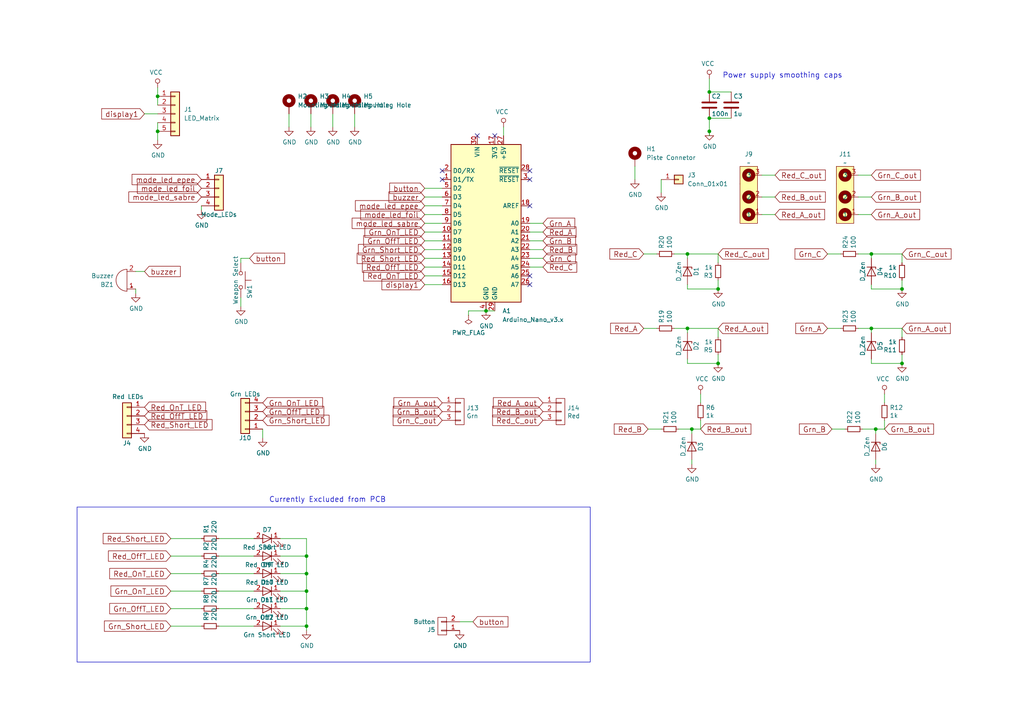
<source format=kicad_sch>
(kicad_sch (version 20231120) (generator "eeschema") (generator_version "8.0")
  (paper "A4")
  (lib_symbols
    (symbol "Connector_Generic:Conn_01x01" (pin_names (offset 1.016) hide)
      (property "Reference" "J" (at 0 2.54 0))
      (property "Value" "Conn_01x01" (at 0 -2.54 0))
      (symbol "Conn_01x01_1_1"
        (rectangle (start -1.27 0.127) (end 0 -0.127) (stroke (width 0.1524)))
        (rectangle (start -1.27 1.27) (end 1.27 -1.27) (stroke (width 0.254)) (fill (type background)))
        (pin passive line (at -5.08 0 0) (length 3.81) (name "Pin_1") (number "1"))
      )
    )
    (symbol "Connector_Generic:Conn_01x05" (pin_names (offset 1.016) hide)
      (property "Reference" "J" (at 0 7.62 0))
      (property "Value" "Conn_01x05" (at 0 -7.62 0))
      (symbol "Conn_01x05_1_1"
        (rectangle (start -1.27 -4.953) (end 0 -5.207) (stroke (width 0.1524)))
        (rectangle (start -1.27 -2.413) (end 0 -2.667) (stroke (width 0.1524)))
        (rectangle (start -1.27 0.127) (end 0 -0.127) (stroke (width 0.1524)))
        (rectangle (start -1.27 2.667) (end 0 2.413) (stroke (width 0.1524)))
        (rectangle (start -1.27 5.207) (end 0 4.953) (stroke (width 0.1524)))
        (rectangle (start -1.27 6.35) (end 1.27 -6.35) (stroke (width 0.254)) (fill (type background)))
        (pin passive line (at -5.08 5.08 0) (length 3.81) (name "Pin_1") (number "1"))
        (pin passive line (at -5.08 2.54 0) (length 3.81) (name "Pin_2") (number "2"))
        (pin passive line (at -5.08 0 0) (length 3.81) (name "Pin_3") (number "3"))
        (pin passive line (at -5.08 -2.54 0) (length 3.81) (name "Pin_4") (number "4"))
        (pin passive line (at -5.08 -5.08 0) (length 3.81) (name "Pin_5") (number "5"))
      )
    )
    (symbol "MCU_Module:Arduino_Nano_v3.x"
      (property "Reference" "A" (at -10.16 23.495 0))
      (property "Value" "Arduino_Nano_v3.x" (at 5.08 -24.13 0))
      (symbol "Arduino_Nano_v3.x_0_1"
        (rectangle (start -10.16 22.86) (end 10.16 -22.86) (stroke (width 0.254)) (fill (type background)))
      )
      (symbol "Arduino_Nano_v3.x_1_1"
        (pin bidirectional line (at -12.7 12.7 0) (length 2.54) (name "D1/TX") (number "1"))
        (pin bidirectional line (at -12.7 -2.54 0) (length 2.54) (name "D7") (number "10"))
        (pin bidirectional line (at -12.7 -5.08 0) (length 2.54) (name "D8") (number "11"))
        (pin bidirectional line (at -12.7 -7.62 0) (length 2.54) (name "D9") (number "12"))
        (pin bidirectional line (at -12.7 -10.16 0) (length 2.54) (name "D10") (number "13"))
        (pin bidirectional line (at -12.7 -12.7 0) (length 2.54) (name "D11") (number "14"))
        (pin bidirectional line (at -12.7 -15.24 0) (length 2.54) (name "D12") (number "15"))
        (pin bidirectional line (at -12.7 -17.78 0) (length 2.54) (name "D13") (number "16"))
        (pin power_out line (at 2.54 25.4 270) (length 2.54) (name "3V3") (number "17"))
        (pin input line (at 12.7 5.08 180) (length 2.54) (name "AREF") (number "18"))
        (pin bidirectional line (at 12.7 0 180) (length 2.54) (name "A0") (number "19"))
        (pin bidirectional line (at -12.7 15.24 0) (length 2.54) (name "D0/RX") (number "2"))
        (pin bidirectional line (at 12.7 -2.54 180) (length 2.54) (name "A1") (number "20"))
        (pin bidirectional line (at 12.7 -5.08 180) (length 2.54) (name "A2") (number "21"))
        (pin bidirectional line (at 12.7 -7.62 180) (length 2.54) (name "A3") (number "22"))
        (pin bidirectional line (at 12.7 -10.16 180) (length 2.54) (name "A4") (number "23"))
        (pin bidirectional line (at 12.7 -12.7 180) (length 2.54) (name "A5") (number "24"))
        (pin bidirectional line (at 12.7 -15.24 180) (length 2.54) (name "A6") (number "25"))
        (pin bidirectional line (at 12.7 -17.78 180) (length 2.54) (name "A7") (number "26"))
        (pin power_out line (at 5.08 25.4 270) (length 2.54) (name "+5V") (number "27"))
        (pin input line (at 12.7 15.24 180) (length 2.54) (name "~{RESET}") (number "28"))
        (pin power_in line (at 2.54 -25.4 90) (length 2.54) (name "GND") (number "29"))
        (pin input line (at 12.7 12.7 180) (length 2.54) (name "~{RESET}") (number "3"))
        (pin power_in line (at -2.54 25.4 270) (length 2.54) (name "VIN") (number "30"))
        (pin power_in line (at 0 -25.4 90) (length 2.54) (name "GND") (number "4"))
        (pin bidirectional line (at -12.7 10.16 0) (length 2.54) (name "D2") (number "5"))
        (pin bidirectional line (at -12.7 7.62 0) (length 2.54) (name "D3") (number "6"))
        (pin bidirectional line (at -12.7 5.08 0) (length 2.54) (name "D4") (number "7"))
        (pin bidirectional line (at -12.7 2.54 0) (length 2.54) (name "D5") (number "8"))
        (pin bidirectional line (at -12.7 0 0) (length 2.54) (name "D6") (number "9"))
      )
    )
    (symbol "Mechanical:MountingHole_Pad" (pin_numbers hide) (pin_names (offset 1.016) hide) (exclude_from_sim yes) (in_bom no)
      (property "Reference" "H" (at 0 6.35 0))
      (property "Value" "MountingHole_Pad" (at 0 4.445 0))
      (symbol "MountingHole_Pad_0_1"
        (circle (center 0 1.27) (radius 1.27) (stroke (width 1.27)))
      )
      (symbol "MountingHole_Pad_1_1"
        (pin input line (at 0 -2.54 90) (length 2.54) (name "1") (number "1"))
      )
    )
    (symbol "fencing_scoring-box-rescue:Buzzer-RESCUE-fencing_scoring_box" (pin_names (offset 0.0254) hide)
      (property "Reference" "BZ" (at 3.81 1.27 0))
      (property "Value" "Buzzer-RESCUE-fencing_scoring_box" (at 3.81 -1.27 0))
      (symbol "Buzzer-RESCUE-fencing_scoring_box_0_1"
        (arc (start 0 -3.175) (mid 3.175 0) (end 0 3.175))
        (polyline (pts (xy -1.651 1.905) (xy -1.143 1.905)))
        (polyline (pts (xy -1.397 2.159) (xy -1.397 1.651)))
        (polyline (pts (xy 0 3.175) (xy 0 -3.175)))
      )
      (symbol "Buzzer-RESCUE-fencing_scoring_box_1_1"
        (pin passive line (at -2.54 2.54 0) (length 2.54) (name "-") (number "1"))
        (pin passive line (at -2.54 -2.54 0) (length 2.54) (name "+") (number "2"))
      )
    )
    (symbol "fencing_scoring-box-rescue:C-RESCUE-fencing_scoring_box" (pin_numbers hide) (pin_names (offset 0.254))
      (property "Reference" "C" (at 0.635 2.54 0))
      (property "Value" "C-RESCUE-fencing_scoring_box" (at 0.635 -2.54 0))
      (symbol "C-RESCUE-fencing_scoring_box_0_1"
        (polyline (pts (xy -2.032 -0.762) (xy 2.032 -0.762)) (stroke (width 0.508)))
        (polyline (pts (xy -2.032 0.762) (xy 2.032 0.762)) (stroke (width 0.508)))
      )
      (symbol "C-RESCUE-fencing_scoring_box_1_1"
        (pin passive line (at 0 3.81 270) (length 2.794) (name "~") (number "1"))
        (pin passive line (at 0 -3.81 90) (length 2.794) (name "~") (number "2"))
      )
    )
    (symbol "fencing_scoring-box-rescue:CONN_01X02-RESCUE-fencing_scoring_box" (pin_names (offset 1.016) hide)
      (property "Reference" "J" (at 0 3.81 0))
      (property "Value" "CONN_01X02-RESCUE-fencing_scoring_box" (at 2.54 0 90))
      (symbol "CONN_01X02-RESCUE-fencing_scoring_box_0_1"
        (rectangle (start -1.27 -1.143) (end 0.254 -1.397))
        (rectangle (start -1.27 1.397) (end 0.254 1.143))
        (rectangle (start -1.27 2.54) (end 1.27 -2.54))
      )
      (symbol "CONN_01X02-RESCUE-fencing_scoring_box_1_1"
        (pin passive line (at -5.08 1.27 0) (length 3.81) (name "P1") (number "1"))
        (pin passive line (at -5.08 -1.27 0) (length 3.81) (name "P2") (number "2"))
      )
    )
    (symbol "fencing_scoring-box-rescue:CONN_01X03-RESCUE-fencing_scoring_box" (pin_names (offset 1.016) hide)
      (property "Reference" "J" (at 0 5.08 0))
      (property "Value" "CONN_01X03-RESCUE-fencing_scoring_box" (at 2.54 0 90))
      (symbol "CONN_01X03-RESCUE-fencing_scoring_box_0_1"
        (rectangle (start -1.27 -2.413) (end 0.254 -2.667))
        (rectangle (start -1.27 0.127) (end 0.254 -0.127))
        (rectangle (start -1.27 2.667) (end 0.254 2.413))
        (rectangle (start -1.27 3.81) (end 1.27 -3.81))
      )
      (symbol "CONN_01X03-RESCUE-fencing_scoring_box_1_1"
        (pin passive line (at -5.08 2.54 0) (length 3.81) (name "P1") (number "1"))
        (pin passive line (at -5.08 0 0) (length 3.81) (name "P2") (number "2"))
        (pin passive line (at -5.08 -2.54 0) (length 3.81) (name "P3") (number "3"))
      )
    )
    (symbol "fencing_scoring-box-rescue:Conn_01x04-RESCUE-fencing_scoring_box" (pin_names (offset 1.016) hide)
      (property "Reference" "J" (at 0 5.08 0))
      (property "Value" "Conn_01x04-RESCUE-fencing_scoring_box" (at 0 -7.62 0))
      (symbol "Conn_01x04-RESCUE-fencing_scoring_box_1_1"
        (rectangle (start -1.27 -4.953) (end 0 -5.207) (stroke (width 0.1524)))
        (rectangle (start -1.27 -2.413) (end 0 -2.667) (stroke (width 0.1524)))
        (rectangle (start -1.27 0.127) (end 0 -0.127) (stroke (width 0.1524)))
        (rectangle (start -1.27 2.667) (end 0 2.413) (stroke (width 0.1524)))
        (rectangle (start -1.27 3.81) (end 1.27 -6.35) (stroke (width 0.254)) (fill (type background)))
        (pin passive line (at -5.08 2.54 0) (length 3.81) (name "Pin_1") (number "1"))
        (pin passive line (at -5.08 0 0) (length 3.81) (name "Pin_2") (number "2"))
        (pin passive line (at -5.08 -2.54 0) (length 3.81) (name "Pin_3") (number "3"))
        (pin passive line (at -5.08 -5.08 0) (length 3.81) (name "Pin_4") (number "4"))
      )
    )
    (symbol "fencing_scoring-box-rescue:D_Zener-RESCUE-fencing_scoring_box" (pin_numbers hide) (pin_names (offset 1.016) hide)
      (property "Reference" "D" (at 0 2.54 0))
      (property "Value" "D_Zener-RESCUE-fencing_scoring_box" (at 0 -2.54 0))
      (symbol "D_Zener-RESCUE-fencing_scoring_box_0_1"
        (polyline (pts (xy 1.27 0) (xy -1.27 0)))
        (polyline (pts (xy -1.27 -1.27) (xy -1.27 1.27) (xy -0.762 1.27)) (stroke (width 0.2032)))
        (polyline (pts (xy 1.27 -1.27) (xy 1.27 1.27) (xy -1.27 0) (xy 1.27 -1.27)) (stroke (width 0.2032)))
      )
      (symbol "D_Zener-RESCUE-fencing_scoring_box_1_1"
        (pin passive line (at -3.81 0 0) (length 2.54) (name "K") (number "1"))
        (pin passive line (at 3.81 0 180) (length 2.54) (name "A") (number "2"))
      )
    )
    (symbol "fencing_scoring-box-rescue:GND-RESCUE-fencing_scoring_box" (power) (pin_names (offset 0))
      (property "Value" "GND-RESCUE-fencing_scoring_box" (at 0 -3.81 0))
      (symbol "GND-RESCUE-fencing_scoring_box_0_1"
        (polyline (pts (xy 0 0) (xy 0 -1.27) (xy 1.27 -1.27) (xy 0 -2.54) (xy -1.27 -1.27) (xy 0 -1.27)))
      )
      (symbol "GND-RESCUE-fencing_scoring_box_1_1"
        (pin power_in line (at 0 0 270) (length 0) hide (name "GND") (number "1"))
      )
    )
    (symbol "fencing_scoring-box-rescue:LED-RESCUE-fencing_scoring_box" (pin_names (offset 1.016) hide)
      (property "Reference" "D" (at 0 2.54 0))
      (property "Value" "LED-RESCUE-fencing_scoring_box" (at 0 -2.54 0))
      (symbol "LED-RESCUE-fencing_scoring_box_0_1"
        (polyline (pts (xy -1.27 -1.27) (xy -1.27 1.27)) (stroke (width 0.2032)))
        (polyline (pts (xy -1.27 0) (xy 1.27 0)))
        (polyline (pts (xy 1.27 -1.27) (xy 1.27 1.27) (xy -1.27 0) (xy 1.27 -1.27)) (stroke (width 0.2032)))
        (polyline (pts (xy -3.048 -0.762) (xy -4.572 -2.286) (xy -3.81 -2.286) (xy -4.572 -2.286) (xy -4.572 -1.524)))
        (polyline (pts (xy -1.778 -0.762) (xy -3.302 -2.286) (xy -2.54 -2.286) (xy -3.302 -2.286) (xy -3.302 -1.524)))
      )
      (symbol "LED-RESCUE-fencing_scoring_box_1_1"
        (pin passive line (at -3.81 0 0) (length 2.54) (name "K") (number "1"))
        (pin passive line (at 3.81 0 180) (length 2.54) (name "A") (number "2"))
      )
    )
    (symbol "fencing_scoring-box-rescue:R_Small-RESCUE-fencing_scoring_box" (pin_numbers hide) (pin_names (offset 0.254) hide)
      (property "Reference" "R" (at 0.762 0.508 0))
      (property "Value" "R_Small-RESCUE-fencing_scoring_box" (at 0.762 -1.016 0))
      (symbol "R_Small-RESCUE-fencing_scoring_box_0_1"
        (rectangle (start -0.762 1.778) (end 0.762 -1.778) (stroke (width 0.2032)))
      )
      (symbol "R_Small-RESCUE-fencing_scoring_box_1_1"
        (pin passive line (at 0 2.54 270) (length 0.762) (name "~") (number "1"))
        (pin passive line (at 0 -2.54 90) (length 0.762) (name "~") (number "2"))
      )
    )
    (symbol "fencing_scoring-box-rescue:SW_Push-RESCUE-fencing_scoring_box" (pin_numbers hide) (pin_names (offset 1.016) hide)
      (property "Reference" "SW" (at 1.27 2.54 0))
      (property "Value" "SW_Push-RESCUE-fencing_scoring_box" (at 0 -1.524 0))
      (symbol "SW_Push-RESCUE-fencing_scoring_box_0_1"
        (circle (center -2.032 0) (radius 0.508))
        (polyline (pts (xy 0 1.27) (xy 0 3.048)))
        (polyline (pts (xy 2.54 1.27) (xy -2.54 1.27)))
        (circle (center 2.032 0) (radius 0.508))
        (pin passive line (at -5.08 0 0) (length 2.54) (name "1") (number "1"))
        (pin passive line (at 5.08 0 180) (length 2.54) (name "2") (number "2"))
      )
    )
    (symbol "fencing_scoring-box-rescue:VCC-RESCUE-fencing_scoring_box" (power) (pin_names (offset 0))
      (property "Value" "VCC-RESCUE-fencing_scoring_box" (at 0 3.81 0))
      (symbol "VCC-RESCUE-fencing_scoring_box_0_1"
        (polyline (pts (xy 0 0) (xy 0 1.27)))
        (circle (center 0 1.905) (radius 0.635))
      )
      (symbol "VCC-RESCUE-fencing_scoring_box_1_1"
        (pin power_in line (at 0 0 90) (length 0) hide (name "VCC") (number "1"))
      )
    )
    (symbol "my_library:Fencing_conn"
      (property "Reference" "J" (at 0 0 0))
      (symbol "Fencing_conn_0_1"
        (circle (center -5.08 -3.81) (radius 1.27) (stroke (width 1.27)))
        (circle (center 0 -3.81) (radius 1.27) (stroke (width 1.27)))
        (rectangle (start 3.81 -1.27) (end 3.81 -1.27))
        (circle (center 6.35 -3.81) (radius 1.27) (stroke (width 1.27)))
      )
      (symbol "Fencing_conn_1_1"
        (rectangle (start -7.62 -1.27) (end 8.89 -6.35) (fill (type color) (color 254 255 170 1)))
        (pin input line (at -5.08 -7.62 90) (length 2.54) (name "1") (number "1"))
        (pin input line (at 0 -7.62 90) (length 2.54) (name "2") (number "2"))
        (pin input line (at 6.35 -7.62 90) (length 2.54) (name "3") (number "3"))
      )
    )
    (symbol "power:PWR_FLAG" (power) (pin_numbers hide) (pin_names (offset 0) hide)
      (property "Value" "PWR_FLAG" (at 0 3.81 0))
      (symbol "PWR_FLAG_0_0"
        (pin power_out line (at 0 0 90) (length 0) (name "~") (number "1"))
      )
      (symbol "PWR_FLAG_0_1"
        (polyline (pts (xy 0 0) (xy 0 1.27) (xy -1.016 1.905) (xy 0 2.54) (xy 1.016 1.905) (xy 0 1.27)))
      )
    )
  )
  (junction (at 208.28 83.82))
  (junction (at 199.39 95.25))
  (junction (at 140.97 90.17))
  (junction (at 200.66 124.46))
  (junction (at 45.72 38.1))
  (junction (at 252.73 73.66))
  (junction (at 208.28 105.41))
  (junction (at 205.74 38.1))
  (junction (at 88.9 161.29))
  (junction (at 88.9 166.37))
  (junction (at 88.9 176.53))
  (junction (at 252.73 95.25))
  (junction (at 205.74 26.67))
  (junction (at 261.62 105.41))
  (junction (at 45.72 27.94))
  (junction (at 199.39 73.66))
  (junction (at 88.9 181.61))
  (junction (at 254 124.46))
  (junction (at 261.62 83.82))
  (junction (at 205.74 34.29))
  (junction (at 88.9 171.45))
  (no_connect (at 128.27 49.53))
  (no_connect (at 153.67 82.55))
  (no_connect (at 153.67 52.07))
  (no_connect (at 153.67 80.01))
  (no_connect (at 138.43 39.37))
  (no_connect (at 153.67 49.53))
  (no_connect (at 128.27 52.07))
  (no_connect (at 153.67 59.69))
  (no_connect (at 143.51 39.37))
  (wire (pts (xy 199.39 104.14) (xy 199.39 105.41)))
  (wire (pts (xy 205.74 38.1) (xy 205.74 39.37)))
  (wire (pts (xy 256.54 116.84) (xy 256.54 114.3)))
  (wire (pts (xy 187.96 124.46) (xy 191.77 124.46)))
  (wire (pts (xy 88.9 181.61) (xy 88.9 182.88)))
  (wire (pts (xy 41.91 33.02) (xy 45.72 33.02)))
  (wire (pts (xy 199.39 73.66) (xy 208.28 73.66)))
  (wire (pts (xy 133.35 180.34) (xy 137.16 180.34)))
  (wire (pts (xy 252.73 95.25) (xy 261.62 95.25)))
  (wire (pts (xy 252.73 82.55) (xy 252.73 83.82)))
  (wire (pts (xy 49.53 171.45) (xy 58.42 171.45)))
  (wire (pts (xy 252.73 96.52) (xy 252.73 95.25)))
  (wire (pts (xy 63.5 156.21) (xy 73.66 156.21)))
  (wire (pts (xy 63.5 176.53) (xy 73.66 176.53)))
  (wire (pts (xy 186.69 95.25) (xy 190.5 95.25)))
  (wire (pts (xy 200.66 134.62) (xy 200.66 133.35)))
  (wire (pts (xy 195.58 95.25) (xy 199.39 95.25)))
  (wire (pts (xy 45.72 25.4) (xy 45.72 27.94)))
  (wire (pts (xy 81.28 181.61) (xy 88.9 181.61)))
  (wire (pts (xy 248.92 62.23) (xy 252.73 62.23)))
  (wire (pts (xy 220.98 62.23) (xy 224.79 62.23)))
  (wire (pts (xy 45.72 35.56) (xy 45.72 38.1)))
  (wire (pts (xy 205.74 26.67) (xy 212.09 26.67)))
  (wire (pts (xy 254 124.46) (xy 256.54 124.46)))
  (wire (pts (xy 146.05 36.83) (xy 146.05 39.37)))
  (wire (pts (xy 208.28 76.2) (xy 208.28 73.66)))
  (wire (pts (xy 69.85 86.36) (xy 69.85 88.9)))
  (wire (pts (xy 123.19 64.77) (xy 128.27 64.77)))
  (wire (pts (xy 135.89 90.17) (xy 140.97 90.17)))
  (wire (pts (xy 83.82 33.02) (xy 83.82 36.83)))
  (wire (pts (xy 199.39 105.41) (xy 208.28 105.41)))
  (wire (pts (xy 203.2 116.84) (xy 203.2 114.3)))
  (wire (pts (xy 254 125.73) (xy 254 124.46)))
  (wire (pts (xy 49.53 181.61) (xy 58.42 181.61)))
  (wire (pts (xy 135.89 91.44) (xy 135.89 90.17)))
  (wire (pts (xy 220.98 57.15) (xy 224.79 57.15)))
  (wire (pts (xy 195.58 73.66) (xy 199.39 73.66)))
  (wire (pts (xy 123.19 54.61) (xy 128.27 54.61)))
  (wire (pts (xy 203.2 124.46) (xy 203.2 121.92)))
  (wire (pts (xy 123.19 62.23) (xy 128.27 62.23)))
  (wire (pts (xy 81.28 176.53) (xy 88.9 176.53)))
  (wire (pts (xy 199.39 83.82) (xy 208.28 83.82)))
  (wire (pts (xy 49.53 166.37) (xy 58.42 166.37)))
  (wire (pts (xy 153.67 72.39) (xy 157.48 72.39)))
  (wire (pts (xy 254 134.62) (xy 254 133.35)))
  (wire (pts (xy 81.28 161.29) (xy 88.9 161.29)))
  (wire (pts (xy 45.72 27.94) (xy 45.72 30.48)))
  (wire (pts (xy 261.62 76.2) (xy 261.62 73.66)))
  (wire (pts (xy 241.3 124.46) (xy 245.11 124.46)))
  (wire (pts (xy 96.52 33.02) (xy 96.52 36.83)))
  (wire (pts (xy 123.19 69.85) (xy 128.27 69.85)))
  (wire (pts (xy 186.69 73.66) (xy 190.5 73.66)))
  (wire (pts (xy 248.92 95.25) (xy 252.73 95.25)))
  (wire (pts (xy 199.39 82.55) (xy 199.39 83.82)))
  (wire (pts (xy 252.73 83.82) (xy 261.62 83.82)))
  (wire (pts (xy 140.97 90.17) (xy 143.51 90.17)))
  (wire (pts (xy 49.53 156.21) (xy 58.42 156.21)))
  (wire (pts (xy 81.28 171.45) (xy 88.9 171.45)))
  (wire (pts (xy 88.9 161.29) (xy 88.9 166.37)))
  (wire (pts (xy 72.39 74.93) (xy 69.85 74.93)))
  (wire (pts (xy 205.74 34.29) (xy 205.74 38.1)))
  (wire (pts (xy 199.39 74.93) (xy 199.39 73.66)))
  (wire (pts (xy 45.72 38.1) (xy 45.72 40.64)))
  (wire (pts (xy 123.19 80.01) (xy 128.27 80.01)))
  (wire (pts (xy 205.74 26.67) (xy 205.74 22.86)))
  (wire (pts (xy 191.77 52.07) (xy 191.77 55.88)))
  (wire (pts (xy 261.62 105.41) (xy 261.62 102.87)))
  (wire (pts (xy 69.85 74.93) (xy 69.85 76.2)))
  (wire (pts (xy 81.28 166.37) (xy 88.9 166.37)))
  (wire (pts (xy 102.87 33.02) (xy 102.87 36.83)))
  (wire (pts (xy 248.92 73.66) (xy 252.73 73.66)))
  (wire (pts (xy 252.73 73.66) (xy 261.62 73.66)))
  (wire (pts (xy 252.73 104.14) (xy 252.73 105.41)))
  (wire (pts (xy 123.19 74.93) (xy 128.27 74.93)))
  (wire (pts (xy 81.28 156.21) (xy 88.9 156.21)))
  (wire (pts (xy 196.85 124.46) (xy 200.66 124.46)))
  (wire (pts (xy 88.9 176.53) (xy 88.9 181.61)))
  (wire (pts (xy 250.19 124.46) (xy 254 124.46)))
  (wire (pts (xy 88.9 171.45) (xy 88.9 176.53)))
  (wire (pts (xy 153.67 64.77) (xy 157.48 64.77)))
  (wire (pts (xy 153.67 77.47) (xy 157.48 77.47)))
  (wire (pts (xy 39.37 78.74) (xy 41.91 78.74)))
  (wire (pts (xy 63.5 166.37) (xy 73.66 166.37)))
  (wire (pts (xy 200.66 124.46) (xy 203.2 124.46)))
  (wire (pts (xy 199.39 95.25) (xy 208.28 95.25)))
  (wire (pts (xy 39.37 85.09) (xy 39.37 83.82)))
  (wire (pts (xy 123.19 57.15) (xy 128.27 57.15)))
  (wire (pts (xy 240.03 95.25) (xy 243.84 95.25)))
  (wire (pts (xy 184.15 48.26) (xy 184.15 52.07)))
  (wire (pts (xy 240.03 73.66) (xy 243.84 73.66)))
  (wire (pts (xy 58.42 59.69) (xy 58.42 60.96)))
  (wire (pts (xy 248.92 50.8) (xy 252.73 50.8)))
  (wire (pts (xy 153.67 74.93) (xy 157.48 74.93)))
  (wire (pts (xy 49.53 176.53) (xy 58.42 176.53)))
  (wire (pts (xy 252.73 105.41) (xy 261.62 105.41)))
  (wire (pts (xy 63.5 161.29) (xy 73.66 161.29)))
  (wire (pts (xy 123.19 77.47) (xy 128.27 77.47)))
  (wire (pts (xy 208.28 83.82) (xy 208.28 81.28)))
  (wire (pts (xy 63.5 181.61) (xy 73.66 181.61)))
  (wire (pts (xy 63.5 171.45) (xy 73.66 171.45)))
  (wire (pts (xy 252.73 74.93) (xy 252.73 73.66)))
  (wire (pts (xy 248.92 57.15) (xy 252.73 57.15)))
  (wire (pts (xy 208.28 97.79) (xy 208.28 95.25)))
  (wire (pts (xy 261.62 97.79) (xy 261.62 95.25)))
  (wire (pts (xy 49.53 161.29) (xy 58.42 161.29)))
  (wire (pts (xy 199.39 96.52) (xy 199.39 95.25)))
  (wire (pts (xy 123.19 67.31) (xy 128.27 67.31)))
  (wire (pts (xy 220.98 50.8) (xy 224.79 50.8)))
  (wire (pts (xy 153.67 69.85) (xy 157.48 69.85)))
  (wire (pts (xy 212.09 34.29) (xy 205.74 34.29)))
  (wire (pts (xy 256.54 124.46) (xy 256.54 121.92)))
  (wire (pts (xy 90.17 33.02) (xy 90.17 36.83)))
  (wire (pts (xy 261.62 83.82) (xy 261.62 81.28)))
  (wire (pts (xy 208.28 105.41) (xy 208.28 102.87)))
  (wire (pts (xy 88.9 166.37) (xy 88.9 171.45)))
  (wire (pts (xy 88.9 156.21) (xy 88.9 161.29)))
  (wire (pts (xy 123.19 72.39) (xy 128.27 72.39)))
  (wire (pts (xy 200.66 125.73) (xy 200.66 124.46)))
  (wire (pts (xy 123.19 82.55) (xy 128.27 82.55)))
  (wire (pts (xy 123.19 59.69) (xy 128.27 59.69)))
  (wire (pts (xy 76.2 124.46) (xy 76.2 127)))
  (wire (pts (xy 153.67 67.31) (xy 157.48 67.31)))
  (rectangle (start 22.352 147.066) (end 171.196 192.024))
  (text "Power supply smoothing caps" (at 209.55 22.86 0) (effects (font (size 1.524 1.524)) (justify left bottom)))
  (text "Currently Excluded from PCB" (at 94.996 145.034 0) (effects (font (size 1.524 1.524))))
  (global_label "buzzer" (shape input) (at 41.91 78.74 0) (effects (font (size 1.524 1.524))) (property "Intersheetrefs" "${INTERSHEET_REFS}" (effects (hide yes))))
  (global_label "Grn_C" (shape input) (at 240.03 73.66 180) (effects (font (size 1.524 1.524))) (property "Intersheetrefs" "${INTERSHEET_REFS}" (effects (hide yes))))
  (global_label "Grn_C_out" (shape input) (at 252.73 50.8 0) (effects (font (size 1.524 1.524))) (property "Intersheetrefs" "${INTERSHEET_REFS}" (effects (hide yes))))
  (global_label "Red_OffT_LED" (shape input) (at 123.19 77.47 180) (effects (font (size 1.524 1.524))) (property "Intersheetrefs" "${INTERSHEET_REFS}" (effects (hide yes))))
  (global_label "Red_Short_LED" (shape input) (at 41.91 123.19 0) (effects (font (size 1.524 1.524))) (property "Intersheetrefs" "${INTERSHEET_REFS}" (effects (hide yes))))
  (global_label "Grn_A_out" (shape input) (at 128.27 116.84 180) (effects (font (size 1.524 1.524))) (property "Intersheetrefs" "${INTERSHEET_REFS}" (effects (hide yes))))
  (global_label "display1" (shape input) (at 123.19 82.55 180) (effects (font (size 1.524 1.524))) (property "Intersheetrefs" "${INTERSHEET_REFS}" (effects (hide yes))))
  (global_label "Red_A_out" (shape input) (at 208.28 95.25 0) (effects (font (size 1.524 1.524))) (property "Intersheetrefs" "${INTERSHEET_REFS}" (effects (hide yes))))
  (global_label "Red_OnT_LED" (shape input) (at 41.91 118.11 0) (effects (font (size 1.524 1.524))) (property "Intersheetrefs" "${INTERSHEET_REFS}" (effects (hide yes))))
  (global_label "Red_A" (shape input) (at 157.48 67.31 0) (effects (font (size 1.524 1.524))) (property "Intersheetrefs" "${INTERSHEET_REFS}" (effects (hide yes))))
  (global_label "Grn_OffT_LED" (shape input) (at 49.53 176.53 180) (effects (font (size 1.524 1.524))) (property "Intersheetrefs" "${INTERSHEET_REFS}" (effects (hide yes))))
  (global_label "Grn_C_out" (shape input) (at 128.27 121.92 180) (effects (font (size 1.524 1.524))) (property "Intersheetrefs" "${INTERSHEET_REFS}" (effects (hide yes))))
  (global_label "Red_C" (shape input) (at 186.69 73.66 180) (effects (font (size 1.524 1.524))) (property "Intersheetrefs" "${INTERSHEET_REFS}" (effects (hide yes))))
  (global_label "mode_led_epee" (shape input) (at 123.19 59.69 180) (effects (font (size 1.524 1.524))) (property "Intersheetrefs" "${INTERSHEET_REFS}" (effects (hide yes))))
  (global_label "Grn_OnT_LED" (shape input) (at 49.53 171.45 180) (effects (font (size 1.524 1.524))) (property "Intersheetrefs" "${INTERSHEET_REFS}" (effects (hide yes))))
  (global_label "Red_C_out" (shape input) (at 157.48 121.92 180) (effects (font (size 1.524 1.524))) (property "Intersheetrefs" "${INTERSHEET_REFS}" (effects (hide yes))))
  (global_label "button" (shape input) (at 72.39 74.93 0) (effects (font (size 1.524 1.524))) (property "Intersheetrefs" "${INTERSHEET_REFS}" (effects (hide yes))))
  (global_label "Grn_OnT_LED" (shape input) (at 76.2 116.84 0) (effects (font (size 1.524 1.524))) (property "Intersheetrefs" "${INTERSHEET_REFS}" (effects (hide yes))))
  (global_label "mode_led_sabre" (shape input) (at 123.19 64.77 180) (effects (font (size 1.524 1.524))) (property "Intersheetrefs" "${INTERSHEET_REFS}" (effects (hide yes))))
  (global_label "Red_OnT_LED" (shape input) (at 123.19 80.01 180) (effects (font (size 1.524 1.524))) (property "Intersheetrefs" "${INTERSHEET_REFS}" (effects (hide yes))))
  (global_label "Grn_B" (shape input) (at 157.48 69.85 0) (effects (font (size 1.524 1.524))) (property "Intersheetrefs" "${INTERSHEET_REFS}" (effects (hide yes))))
  (global_label "Red_OffT_LED" (shape input) (at 41.91 120.65 0) (effects (font (size 1.524 1.524))) (property "Intersheetrefs" "${INTERSHEET_REFS}" (effects (hide yes))))
  (global_label "Red_B" (shape input) (at 157.48 72.39 0) (effects (font (size 1.524 1.524))) (property "Intersheetrefs" "${INTERSHEET_REFS}" (effects (hide yes))))
  (global_label "Red_A_out" (shape input) (at 224.79 62.23 0) (effects (font (size 1.524 1.524))) (property "Intersheetrefs" "${INTERSHEET_REFS}" (effects (hide yes))))
  (global_label "Red_C_out" (shape input) (at 224.79 50.8 0) (effects (font (size 1.524 1.524))) (property "Intersheetrefs" "${INTERSHEET_REFS}" (effects (hide yes))))
  (global_label "Red_OffT_LED" (shape input) (at 49.53 161.29 180) (effects (font (size 1.524 1.524))) (property "Intersheetrefs" "${INTERSHEET_REFS}" (effects (hide yes))))
  (global_label "Red_B_out" (shape input) (at 157.48 119.38 180) (effects (font (size 1.524 1.524))) (property "Intersheetrefs" "${INTERSHEET_REFS}" (effects (hide yes))))
  (global_label "Grn_C_out" (shape input) (at 261.62 73.66 0) (effects (font (size 1.524 1.524))) (property "Intersheetrefs" "${INTERSHEET_REFS}" (effects (hide yes))))
  (global_label "Grn_Short_LED" (shape input) (at 49.53 181.61 180) (effects (font (size 1.524 1.524))) (property "Intersheetrefs" "${INTERSHEET_REFS}" (effects (hide yes))))
  (global_label "Grn_B" (shape input) (at 241.3 124.46 180) (effects (font (size 1.524 1.524))) (property "Intersheetrefs" "${INTERSHEET_REFS}" (effects (hide yes))))
  (global_label "Red_B" (shape input) (at 187.96 124.46 180) (effects (font (size 1.524 1.524))) (property "Intersheetrefs" "${INTERSHEET_REFS}" (effects (hide yes))))
  (global_label "Red_C_out" (shape input) (at 208.28 73.66 0) (effects (font (size 1.524 1.524))) (property "Intersheetrefs" "${INTERSHEET_REFS}" (effects (hide yes))))
  (global_label "Grn_Short_LED" (shape input) (at 123.19 72.39 180) (effects (font (size 1.524 1.524))) (property "Intersheetrefs" "${INTERSHEET_REFS}" (effects (hide yes))))
  (global_label "Red_Short_LED" (shape input) (at 123.19 74.93 180) (effects (font (size 1.524 1.524))) (property "Intersheetrefs" "${INTERSHEET_REFS}" (effects (hide yes))))
  (global_label "Red_OnT_LED" (shape input) (at 49.53 166.37 180) (effects (font (size 1.524 1.524))) (property "Intersheetrefs" "${INTERSHEET_REFS}" (effects (hide yes))))
  (global_label "Grn_B_out" (shape input) (at 256.54 124.46 0) (effects (font (size 1.524 1.524))) (property "Intersheetrefs" "${INTERSHEET_REFS}" (effects (hide yes))))
  (global_label "Grn_A_out" (shape input) (at 252.73 62.23 0) (effects (font (size 1.524 1.524))) (property "Intersheetrefs" "${INTERSHEET_REFS}" (effects (hide yes))))
  (global_label "Red_C" (shape input) (at 157.48 77.47 0) (effects (font (size 1.524 1.524))) (property "Intersheetrefs" "${INTERSHEET_REFS}" (effects (hide yes))))
  (global_label "Red_B_out" (shape input) (at 203.2 124.46 0) (effects (font (size 1.524 1.524))) (property "Intersheetrefs" "${INTERSHEET_REFS}" (effects (hide yes))))
  (global_label "mode_led_epee" (shape input) (at 58.42 52.07 180) (effects (font (size 1.524 1.524))) (property "Intersheetrefs" "${INTERSHEET_REFS}" (effects (hide yes))))
  (global_label "Grn_OnT_LED" (shape input) (at 123.19 67.31 180) (effects (font (size 1.524 1.524))) (property "Intersheetrefs" "${INTERSHEET_REFS}" (effects (hide yes))))
  (global_label "Red_Short_LED" (shape input) (at 49.53 156.21 180) (effects (font (size 1.524 1.524))) (property "Intersheetrefs" "${INTERSHEET_REFS}" (effects (hide yes))))
  (global_label "Grn_A" (shape input) (at 157.48 64.77 0) (effects (font (size 1.524 1.524))) (property "Intersheetrefs" "${INTERSHEET_REFS}" (effects (hide yes))))
  (global_label "Red_A" (shape input) (at 186.69 95.25 180) (effects (font (size 1.524 1.524))) (property "Intersheetrefs" "${INTERSHEET_REFS}" (effects (hide yes))))
  (global_label "buzzer" (shape input) (at 123.19 57.15 180) (effects (font (size 1.524 1.524))) (property "Intersheetrefs" "${INTERSHEET_REFS}" (effects (hide yes))))
  (global_label "Grn_C" (shape input) (at 157.48 74.93 0) (effects (font (size 1.524 1.524))) (property "Intersheetrefs" "${INTERSHEET_REFS}" (effects (hide yes))))
  (global_label "Grn_A_out" (shape input) (at 261.62 95.25 0) (effects (font (size 1.524 1.524))) (property "Intersheetrefs" "${INTERSHEET_REFS}" (effects (hide yes))))
  (global_label "display1" (shape input) (at 41.91 33.02 180) (effects (font (size 1.524 1.524))) (property "Intersheetrefs" "${INTERSHEET_REFS}" (effects (hide yes))))
  (global_label "Grn_Short_LED" (shape input) (at 76.2 121.92 0) (effects (font (size 1.524 1.524))) (property "Intersheetrefs" "${INTERSHEET_REFS}" (effects (hide yes))))
  (global_label "button" (shape input) (at 137.16 180.34 0) (effects (font (size 1.524 1.524))) (property "Intersheetrefs" "${INTERSHEET_REFS}" (effects (hide yes))))
  (global_label "Red_B_out" (shape input) (at 224.79 57.15 0) (effects (font (size 1.524 1.524))) (property "Intersheetrefs" "${INTERSHEET_REFS}" (effects (hide yes))))
  (global_label "Grn_OffT_LED" (shape input) (at 123.19 69.85 180) (effects (font (size 1.524 1.524))) (property "Intersheetrefs" "${INTERSHEET_REFS}" (effects (hide yes))))
  (global_label "Grn_B_out" (shape input) (at 252.73 57.15 0) (effects (font (size 1.524 1.524))) (property "Intersheetrefs" "${INTERSHEET_REFS}" (effects (hide yes))))
  (global_label "Grn_B_out" (shape input) (at 128.27 119.38 180) (effects (font (size 1.524 1.524))) (property "Intersheetrefs" "${INTERSHEET_REFS}" (effects (hide yes))))
  (global_label "Grn_A" (shape input) (at 240.03 95.25 180) (effects (font (size 1.524 1.524))) (property "Intersheetrefs" "${INTERSHEET_REFS}" (effects (hide yes))))
  (global_label "Red_A_out" (shape input) (at 157.48 116.84 180) (effects (font (size 1.524 1.524))) (property "Intersheetrefs" "${INTERSHEET_REFS}" (effects (hide yes))))
  (global_label "button" (shape input) (at 123.19 54.61 180) (effects (font (size 1.524 1.524))) (property "Intersheetrefs" "${INTERSHEET_REFS}" (effects (hide yes))))
  (global_label "mode_led_foil" (shape input) (at 123.19 62.23 180) (effects (font (size 1.524 1.524))) (property "Intersheetrefs" "${INTERSHEET_REFS}" (effects (hide yes))))
  (global_label "mode_led_sabre" (shape input) (at 58.42 57.15 180) (effects (font (size 1.524 1.524))) (property "Intersheetrefs" "${INTERSHEET_REFS}" (effects (hide yes))))
  (global_label "mode_led_foil" (shape input) (at 58.42 54.61 180) (effects (font (size 1.524 1.524))) (property "Intersheetrefs" "${INTERSHEET_REFS}" (effects (hide yes))))
  (global_label "Grn_OffT_LED" (shape input) (at 76.2 119.38 0) (effects (font (size 1.524 1.524))) (property "Intersheetrefs" "${INTERSHEET_REFS}" (effects (hide yes))))
  (symbol (lib_id "fencing_scoring-box-rescue:R_Small-RESCUE-fencing_scoring_box") (at 208.28 78.74 180) (unit 1)
    (property "Reference" "R3" (at 206.7814 79.9084 0) (effects (justify left)))
    (property "Value" "1k" (at 206.7814 77.597 0) (effects (justify left)))
    (property "Footprint" "my_library:resistor_THT_and_0805" (effects (hide yes)))
  )
  (symbol (lib_id "fencing_scoring-box-rescue:CONN_01X02-RESCUE-fencing_scoring_box") (at 128.27 181.61 180) (unit 1) (on_board no)
    (property "Reference" "J5" (at 126.2888 182.6514 0) (effects (justify left)))
    (property "Value" "Button" (at 126.2888 180.34 0) (effects (justify left)))
    (property "Footprint" "Connector_PinHeader_2.54mm:PinHeader_1x02_P2.54mm_Vertical" (effects (hide yes)))
  )
  (symbol (lib_id "fencing_scoring-box-rescue:GND-RESCUE-fencing_scoring_box") (at 133.35 182.88 0) (unit 1) (on_board no)
    (property "Reference" "#PWR06" (effects (hide yes)))
    (property "Value" "GND" (at 133.477 187.2742 0))
  )
  (symbol (lib_id "fencing_scoring-box-rescue:GND-RESCUE-fencing_scoring_box") (at 39.37 85.09 0) (unit 1)
    (property "Reference" "#PWR019" (effects (hide yes)))
    (property "Value" "GND" (at 39.497 89.4842 0))
  )
  (symbol (lib_id "fencing_scoring-box-rescue:GND-RESCUE-fencing_scoring_box") (at 208.28 83.82 0) (unit 1)
    (property "Reference" "#PWR08" (effects (hide yes)))
    (property "Value" "GND" (at 208.407 88.2142 0))
  )
  (symbol (lib_id "fencing_scoring-box-rescue:D_Zener-RESCUE-fencing_scoring_box") (at 199.39 78.74 270) (unit 1)
    (property "Reference" "D1" (at 201.93 78.74 0))
    (property "Value" "D_Zen" (at 196.85 78.74 0))
    (property "Footprint" "my_library:diode_THT_and_1206" (effects (hide yes)))
  )
  (symbol (lib_id "fencing_scoring-box-rescue:VCC-RESCUE-fencing_scoring_box") (at 205.74 22.86 0) (mirror y) (unit 1)
    (property "Reference" "#PWR09" (effects (hide yes)))
    (property "Value" "VCC" (at 205.3082 18.4658 0))
  )
  (symbol (lib_id "fencing_scoring-box-rescue:GND-RESCUE-fencing_scoring_box") (at 205.74 38.1 0) (unit 1)
    (property "Reference" "#PWR010" (effects (hide yes)))
    (property "Value" "GND" (at 205.867 42.4942 0))
  )
  (symbol (lib_id "fencing_scoring-box-rescue:C-RESCUE-fencing_scoring_box") (at 205.74 30.48 0) (unit 1)
    (property "Reference" "C2" (at 206.375 27.94 0) (effects (justify left)))
    (property "Value" "100n" (at 206.375 33.02 0) (effects (justify left)))
    (property "Footprint" "Capacitor_SMD:C_0805_2012Metric_Pad1.18x1.45mm_HandSolder" (effects (hide yes)))
  )
  (symbol (lib_id "fencing_scoring-box-rescue:C-RESCUE-fencing_scoring_box") (at 212.09 30.48 0) (unit 1)
    (property "Reference" "C3" (at 212.725 27.94 0) (effects (justify left)))
    (property "Value" "1u" (at 212.725 33.02 0) (effects (justify left)))
    (property "Footprint" "Capacitor_SMD:C_0805_2012Metric_Pad1.18x1.45mm_HandSolder" (effects (hide yes)))
  )
  (symbol (lib_id "fencing_scoring-box-rescue:R_Small-RESCUE-fencing_scoring_box") (at 261.62 78.74 180) (unit 1)
    (property "Reference" "R10" (at 260.1214 79.9084 0) (effects (justify left)))
    (property "Value" "1k" (at 260.1214 77.597 0) (effects (justify left)))
    (property "Footprint" "my_library:resistor_THT_and_0805" (effects (hide yes)))
  )
  (symbol (lib_id "fencing_scoring-box-rescue:GND-RESCUE-fencing_scoring_box") (at 261.62 83.82 0) (unit 1)
    (property "Reference" "#PWR011" (effects (hide yes)))
    (property "Value" "GND" (at 261.747 88.2142 0))
  )
  (symbol (lib_id "fencing_scoring-box-rescue:D_Zener-RESCUE-fencing_scoring_box") (at 252.73 78.74 270) (unit 1)
    (property "Reference" "D4" (at 255.27 78.74 0))
    (property "Value" "D_Zen" (at 250.19 78.74 0))
    (property "Footprint" "my_library:diode_THT_and_1206" (effects (hide yes)))
  )
  (symbol (lib_id "fencing_scoring-box-rescue:R_Small-RESCUE-fencing_scoring_box") (at 208.28 100.33 180) (unit 1)
    (property "Reference" "R5" (at 206.7814 101.4984 0) (effects (justify left)))
    (property "Value" "1k" (at 206.7814 99.187 0) (effects (justify left)))
    (property "Footprint" "my_library:resistor_THT_and_0805" (effects (hide yes)))
  )
  (symbol (lib_id "fencing_scoring-box-rescue:GND-RESCUE-fencing_scoring_box") (at 208.28 105.41 0) (unit 1)
    (property "Reference" "#PWR012" (effects (hide yes)))
    (property "Value" "GND" (at 208.407 109.8042 0))
  )
  (symbol (lib_id "fencing_scoring-box-rescue:D_Zener-RESCUE-fencing_scoring_box") (at 199.39 100.33 270) (unit 1)
    (property "Reference" "D2" (at 201.93 100.33 0))
    (property "Value" "D_Zen" (at 196.85 100.33 0))
    (property "Footprint" "my_library:diode_THT_and_1206" (effects (hide yes)))
  )
  (symbol (lib_id "fencing_scoring-box-rescue:R_Small-RESCUE-fencing_scoring_box") (at 261.62 100.33 180) (unit 1)
    (property "Reference" "R11" (at 260.1214 101.4984 0) (effects (justify left)))
    (property "Value" "1k" (at 260.1214 99.187 0) (effects (justify left)))
    (property "Footprint" "my_library:resistor_THT_and_0805" (effects (hide yes)))
  )
  (symbol (lib_id "fencing_scoring-box-rescue:GND-RESCUE-fencing_scoring_box") (at 261.62 105.41 0) (unit 1)
    (property "Reference" "#PWR013" (effects (hide yes)))
    (property "Value" "GND" (at 261.747 109.8042 0))
  )
  (symbol (lib_id "fencing_scoring-box-rescue:D_Zener-RESCUE-fencing_scoring_box") (at 252.73 100.33 270) (unit 1)
    (property "Reference" "D5" (at 255.27 100.33 0))
    (property "Value" "D_Zen" (at 250.19 100.33 0))
    (property "Footprint" "my_library:diode_THT_and_1206" (effects (hide yes)))
  )
  (symbol (lib_id "fencing_scoring-box-rescue:GND-RESCUE-fencing_scoring_box") (at 200.66 134.62 0) (unit 1)
    (property "Reference" "#PWR014" (effects (hide yes)))
    (property "Value" "GND" (at 200.787 139.0142 0))
  )
  (symbol (lib_id "fencing_scoring-box-rescue:D_Zener-RESCUE-fencing_scoring_box") (at 200.66 129.54 270) (unit 1)
    (property "Reference" "D3" (at 203.2 129.54 0))
    (property "Value" "D_Zen" (at 198.12 129.54 0))
    (property "Footprint" "my_library:diode_THT_and_1206" (effects (hide yes)))
  )
  (symbol (lib_id "fencing_scoring-box-rescue:R_Small-RESCUE-fencing_scoring_box") (at 203.2 119.38 0) (unit 1)
    (property "Reference" "R6" (at 204.6986 118.2116 0) (effects (justify left)))
    (property "Value" "1k" (at 204.6986 120.523 0) (effects (justify left)))
    (property "Footprint" "my_library:resistor_THT_and_0805" (effects (hide yes)))
  )
  (symbol (lib_id "fencing_scoring-box-rescue:VCC-RESCUE-fencing_scoring_box") (at 203.2 114.3 0) (unit 1)
    (property "Reference" "#PWR015" (effects (hide yes)))
    (property "Value" "VCC" (at 203.6318 109.9058 0))
  )
  (symbol (lib_id "fencing_scoring-box-rescue:D_Zener-RESCUE-fencing_scoring_box") (at 254 129.54 270) (unit 1)
    (property "Reference" "D6" (at 256.54 129.54 0))
    (property "Value" "D_Zen" (at 251.46 129.54 0))
    (property "Footprint" "my_library:diode_THT_and_1206" (effects (hide yes)))
  )
  (symbol (lib_id "fencing_scoring-box-rescue:GND-RESCUE-fencing_scoring_box") (at 254 134.62 0) (unit 1)
    (property "Reference" "#PWR016" (effects (hide yes)))
    (property "Value" "GND" (at 254.127 139.0142 0))
  )
  (symbol (lib_id "fencing_scoring-box-rescue:R_Small-RESCUE-fencing_scoring_box") (at 256.54 119.38 0) (unit 1)
    (property "Reference" "R12" (at 258.0386 118.2116 0) (effects (justify left)))
    (property "Value" "1k" (at 258.0386 120.523 0) (effects (justify left)))
    (property "Footprint" "my_library:resistor_THT_and_0805" (effects (hide yes)))
  )
  (symbol (lib_id "fencing_scoring-box-rescue:VCC-RESCUE-fencing_scoring_box") (at 256.54 114.3 0) (mirror y) (unit 1)
    (property "Reference" "#PWR017" (effects (hide yes)))
    (property "Value" "VCC" (at 256.1082 109.9058 0))
  )
  (symbol (lib_id "fencing_scoring-box-rescue:Buzzer-RESCUE-fencing_scoring_box") (at 36.83 81.28 180) (unit 1)
    (property "Reference" "BZ1" (at 33.02 82.55 0) (effects (justify left)))
    (property "Value" "Buzzer" (at 33.02 80.01 0) (effects (justify left)))
    (property "Footprint" "Buzzer_Beeper:Buzzer_12x9.5RM7.6" (effects (hide yes)))
  )
  (symbol (lib_id "fencing_scoring-box-rescue:LED-RESCUE-fencing_scoring_box") (at 77.47 161.29 0) (mirror y) (unit 1) (on_board no)
    (property "Reference" "D8" (at 77.47 158.75 0))
    (property "Value" "Red OffT LED" (at 77.47 163.83 0))
    (property "Footprint" "my_library:LED_THT_and_smd" (effects (hide yes)))
  )
  (symbol (lib_id "fencing_scoring-box-rescue:LED-RESCUE-fencing_scoring_box") (at 77.47 156.21 0) (mirror y) (unit 1) (on_board no)
    (property "Reference" "D7" (at 77.47 153.67 0))
    (property "Value" "Red Short LED" (at 77.47 158.75 0))
    (property "Footprint" "my_library:LED_THT_and_smd" (effects (hide yes)))
  )
  (symbol (lib_id "fencing_scoring-box-rescue:GND-RESCUE-fencing_scoring_box") (at 88.9 182.88 0) (unit 1)
    (property "Reference" "#PWR020" (effects (hide yes)))
    (property "Value" "GND" (at 89.027 187.2742 0))
  )
  (symbol (lib_id "fencing_scoring-box-rescue:LED-RESCUE-fencing_scoring_box") (at 77.47 166.37 0) (mirror y) (unit 1) (on_board no)
    (property "Reference" "D9" (at 77.47 163.83 0))
    (property "Value" "Red OnT LED" (at 77.47 168.91 0))
    (property "Footprint" "my_library:LED_THT_and_smd" (effects (hide yes)))
  )
  (symbol (lib_id "fencing_scoring-box-rescue:LED-RESCUE-fencing_scoring_box") (at 77.47 171.45 0) (mirror y) (unit 1) (on_board no)
    (property "Reference" "D10" (at 77.47 168.91 0))
    (property "Value" "Grn OnT LED" (at 77.47 173.99 0))
    (property "Footprint" "my_library:LED_THT_and_smd" (effects (hide yes)))
  )
  (symbol (lib_id "fencing_scoring-box-rescue:LED-RESCUE-fencing_scoring_box") (at 77.47 176.53 0) (mirror y) (unit 1) (on_board no)
    (property "Reference" "D11" (at 77.47 173.99 0))
    (property "Value" "Grn OffT LED" (at 77.47 179.07 0))
    (property "Footprint" "my_library:LED_THT_and_smd" (effects (hide yes)))
  )
  (symbol (lib_id "fencing_scoring-box-rescue:LED-RESCUE-fencing_scoring_box") (at 77.47 181.61 0) (mirror y) (unit 1) (on_board no)
    (property "Reference" "D12" (at 77.47 179.07 0))
    (property "Value" "Grn Short LED" (at 77.47 184.15 0))
    (property "Footprint" "my_library:LED_THT_and_smd" (effects (hide yes)))
  )
  (symbol (lib_id "fencing_scoring-box-rescue:Conn_01x04-RESCUE-fencing_scoring_box") (at 36.83 120.65 0) (mirror y) (unit 1)
    (property "Reference" "J4" (at 36.83 128.524 0))
    (property "Value" "Red LEDs" (at 37.084 115.062 0))
    (property "Footprint" "Connector_PinHeader_2.54mm:PinHeader_1x04_P2.54mm_Vertical" (effects (hide yes)))
  )
  (symbol (lib_id "fencing_scoring-box-rescue:Conn_01x04-RESCUE-fencing_scoring_box") (at 71.12 121.92 180) (unit 1)
    (property "Reference" "J10" (at 71.12 127 0))
    (property "Value" "Grn LEDs" (at 71.12 114.3 0))
    (property "Footprint" "Connector_PinHeader_2.54mm:PinHeader_1x04_P2.54mm_Vertical" (effects (hide yes)))
  )
  (symbol (lib_id "fencing_scoring-box-rescue:GND-RESCUE-fencing_scoring_box") (at 41.91 125.73 0) (unit 1)
    (property "Reference" "#PWR021" (effects (hide yes)))
    (property "Value" "GND" (at 42.037 130.1242 0))
  )
  (symbol (lib_id "fencing_scoring-box-rescue:GND-RESCUE-fencing_scoring_box") (at 76.2 127 0) (unit 1)
    (property "Reference" "#PWR022" (effects (hide yes)))
    (property "Value" "GND" (at 76.327 131.3942 0))
  )
  (symbol (lib_id "fencing_scoring-box-rescue:R_Small-RESCUE-fencing_scoring_box") (at 60.96 161.29 90) (unit 1) (on_board no)
    (property "Reference" "R2" (at 59.7916 159.7914 0) (effects (justify left)))
    (property "Value" "220" (at 62.103 159.7914 0) (effects (justify left)))
    (property "Footprint" "my_library:resistor_THT_and_0805" (effects (hide yes)))
  )
  (symbol (lib_id "fencing_scoring-box-rescue:R_Small-RESCUE-fencing_scoring_box") (at 194.31 124.46 90) (unit 1)
    (property "Reference" "R21" (at 193.1416 122.9614 0) (effects (justify left)))
    (property "Value" "100" (at 195.453 122.9614 0) (effects (justify left)))
    (property "Footprint" "my_library:resistor_THT_and_0805" (effects (hide yes)))
  )
  (symbol (lib_id "fencing_scoring-box-rescue:R_Small-RESCUE-fencing_scoring_box") (at 60.96 171.45 90) (unit 1) (on_board no)
    (property "Reference" "R7" (at 59.7916 169.9514 0) (effects (justify left)))
    (property "Value" "220" (at 62.103 169.9514 0) (effects (justify left)))
    (property "Footprint" "my_library:resistor_THT_and_0805" (effects (hide yes)))
  )
  (symbol (lib_id "Mechanical:MountingHole_Pad") (at 83.82 30.48 0) (unit 1) (exclude_from_sim yes) (in_bom no)
    (property "Reference" "H2" (at 86.36 27.9399 0) (effects (justify left)))
    (property "Value" "Mounting Hole" (at 86.36 30.4799 0) (effects (justify left)))
    (property "Footprint" "MountingHole:MountingHole_3.2mm_M3_DIN965_Pad" (effects (hide yes)))
    (property "Description" "Mounting Hole with connection" (effects (hide yes)))
  )
  (symbol (lib_id "fencing_scoring-box-rescue:GND-RESCUE-fencing_scoring_box") (at 90.17 36.83 0) (unit 1)
    (property "Reference" "#PWR027" (effects (hide yes)))
    (property "Value" "GND" (at 90.297 41.2242 0))
  )
  (symbol (lib_id "fencing_scoring-box-rescue:GND-RESCUE-fencing_scoring_box") (at 69.85 88.9 0) (unit 1)
    (property "Reference" "#PWR023" (effects (hide yes)))
    (property "Value" "GND" (at 69.977 93.2942 0))
  )
  (symbol (lib_id "fencing_scoring-box-rescue:CONN_01X03-RESCUE-fencing_scoring_box") (at 162.56 119.38 0) (unit 1)
    (property "Reference" "J14" (at 164.5158 118.3386 0) (effects (justify left)))
    (property "Value" "Red" (at 164.5158 120.65 0) (effects (justify left)))
    (property "Footprint" "Connector_PinHeader_2.54mm:PinHeader_1x03_P2.54mm_Vertical" (effects (hide yes)))
  )
  (symbol (lib_id "Connector_Generic:Conn_01x05") (at 50.8 33.02 0) (unit 1)
    (property "Reference" "J1" (at 53.34 31.7499 0) (effects (justify left)))
    (property "Value" "LED_Matrix" (at 53.34 34.2899 0) (effects (justify left)))
    (property "Footprint" "Connector_PinHeader_2.54mm:PinHeader_1x05_P2.54mm_Vertical" (effects (hide yes)))
    (property "Description" "Generic connector, single row, 01x05, script generated (kicad-library-utils/schlib/autogen/connector/)" (effects (hide yes)))
  )
  (symbol (lib_id "fencing_scoring-box-rescue:GND-RESCUE-fencing_scoring_box") (at 140.97 90.17 0) (unit 1)
    (property "Reference" "#PWR01" (effects (hide yes)))
    (property "Value" "GND" (at 141.097 94.5642 0))
  )
  (symbol (lib_id "fencing_scoring-box-rescue:GND-RESCUE-fencing_scoring_box") (at 83.82 36.83 0) (unit 1)
    (property "Reference" "#PWR03" (effects (hide yes)))
    (property "Value" "GND" (at 83.947 41.2242 0))
  )
  (symbol (lib_id "Mechanical:MountingHole_Pad") (at 96.52 30.48 0) (unit 1) (exclude_from_sim yes) (in_bom no)
    (property "Reference" "H4" (at 99.06 27.9399 0) (effects (justify left)))
    (property "Value" "Mounting Hole" (at 99.06 30.4799 0) (effects (justify left)))
    (property "Footprint" "MountingHole:MountingHole_3.2mm_M3_DIN965_Pad" (effects (hide yes)))
    (property "Description" "Mounting Hole with connection" (effects (hide yes)))
  )
  (symbol (lib_id "fencing_scoring-box-rescue:GND-RESCUE-fencing_scoring_box") (at 58.42 60.96 0) (unit 1)
    (property "Reference" "#PWR030" (effects (hide yes)))
    (property "Value" "GND" (at 58.547 65.3542 0))
  )
  (symbol (lib_id "fencing_scoring-box-rescue:GND-RESCUE-fencing_scoring_box") (at 191.77 55.88 0) (unit 1)
    (property "Reference" "#PWR04" (effects (hide yes)))
    (property "Value" "GND" (at 191.897 60.2742 0))
  )
  (symbol (lib_id "fencing_scoring-box-rescue:R_Small-RESCUE-fencing_scoring_box") (at 193.04 73.66 90) (unit 1)
    (property "Reference" "R20" (at 191.8716 72.1614 0) (effects (justify left)))
    (property "Value" "100" (at 194.183 72.1614 0) (effects (justify left)))
    (property "Footprint" "my_library:resistor_THT_and_0805" (effects (hide yes)))
  )
  (symbol (lib_id "fencing_scoring-box-rescue:R_Small-RESCUE-fencing_scoring_box") (at 60.96 181.61 90) (unit 1) (on_board no)
    (property "Reference" "R9" (at 59.7916 180.1114 0) (effects (justify left)))
    (property "Value" "220" (at 62.103 180.1114 0) (effects (justify left)))
    (property "Footprint" "my_library:resistor_THT_and_0805" (effects (hide yes)))
  )
  (symbol (lib_id "MCU_Module:Arduino_Nano_v3.x") (at 140.97 64.77 0) (unit 1)
    (property "Reference" "A1" (at 145.7041 90.17 0) (effects (justify left)))
    (property "Value" "Arduino_Nano_v3.x" (at 145.7041 92.71 0) (effects (justify left)))
    (property "Footprint" "Module:Arduino_Nano" (effects (hide yes)))
    (property "Datasheet" "http://www.mouser.com/pdfdocs/Gravitech_Arduino_Nano3_0.pdf" (effects (hide yes)))
    (property "Description" "Arduino Nano v3.x" (effects (hide yes)))
  )
  (symbol (lib_id "Connector_Generic:Conn_01x01") (at 196.85 52.07 0) (unit 1)
    (property "Reference" "J3" (at 199.39 50.7999 0) (effects (justify left)))
    (property "Value" "Conn_01x01" (at 199.39 53.3399 0) (effects (justify left)))
    (property "Footprint" "Connector_PinHeader_2.54mm:PinHeader_1x01_P2.54mm_Vertical" (effects (hide yes)))
    (property "Description" "Generic connector, single row, 01x01, script generated (kicad-library-utils/schlib/autogen/connector/)" (effects (hide yes)))
  )
  (symbol (lib_id "fencing_scoring-box-rescue:GND-RESCUE-fencing_scoring_box") (at 96.52 36.83 0) (unit 1)
    (property "Reference" "#PWR028" (effects (hide yes)))
    (property "Value" "GND" (at 96.647 41.2242 0))
  )
  (symbol (lib_id "fencing_scoring-box-rescue:CONN_01X03-RESCUE-fencing_scoring_box") (at 133.35 119.38 0) (unit 1)
    (property "Reference" "J13" (at 135.3058 118.3386 0) (effects (justify left)))
    (property "Value" "Grn" (at 135.3058 120.65 0) (effects (justify left)))
    (property "Footprint" "Connector_PinHeader_2.54mm:PinHeader_1x03_P2.54mm_Vertical" (effects (hide yes)))
  )
  (symbol (lib_id "fencing_scoring-box-rescue:VCC-RESCUE-fencing_scoring_box") (at 45.72 25.4 0) (mirror y) (unit 1)
    (property "Reference" "#PWR026" (effects (hide yes)))
    (property "Value" "VCC" (at 45.2882 21.0058 0))
  )
  (symbol (lib_id "fencing_scoring-box-rescue:R_Small-RESCUE-fencing_scoring_box") (at 60.96 176.53 90) (unit 1) (on_board no)
    (property "Reference" "R8" (at 59.7916 175.0314 0) (effects (justify left)))
    (property "Value" "220" (at 62.103 175.0314 0) (effects (justify left)))
    (property "Footprint" "my_library:resistor_THT_and_0805" (effects (hide yes)))
  )
  (symbol (lib_id "my_library:Fencing_conn") (at 213.36 57.15 90) (unit 1)
    (property "Reference" "J9" (at 217.17 44.704 90))
    (property "Value" "~" (at 217.17 47.244 90))
    (property "Footprint" "my_library:Fencing_conn" (effects (hide yes)))
  )
  (symbol (lib_id "fencing_scoring-box-rescue:R_Small-RESCUE-fencing_scoring_box") (at 193.04 95.25 90) (unit 1)
    (property "Reference" "R19" (at 191.8716 93.7514 0) (effects (justify left)))
    (property "Value" "100" (at 194.183 93.7514 0) (effects (justify left)))
    (property "Footprint" "my_library:resistor_THT_and_0805" (effects (hide yes)))
  )
  (symbol (lib_id "fencing_scoring-box-rescue:Conn_01x04-RESCUE-fencing_scoring_box") (at 63.5 54.61 0) (unit 1)
    (property "Reference" "J7" (at 63.5 49.53 0))
    (property "Value" "Mode_LEDs" (at 63.5 62.23 0))
    (property "Footprint" "Connector_PinHeader_2.54mm:PinHeader_1x04_P2.54mm_Vertical" (effects (hide yes)))
  )
  (symbol (lib_id "fencing_scoring-box-rescue:SW_Push-RESCUE-fencing_scoring_box") (at 69.85 81.28 270) (unit 1)
    (property "Reference" "SW1" (at 72.39 82.55 0) (effects (justify left)))
    (property "Value" "Weapon Select" (at 68.326 81.28 0))
    (property "Footprint" "Button_Switch_THT:SW_PUSH_6mm_H4.3mm" (effects (hide yes)))
  )
  (symbol (lib_id "fencing_scoring-box-rescue:R_Small-RESCUE-fencing_scoring_box") (at 246.38 73.66 90) (unit 1)
    (property "Reference" "R24" (at 245.2116 72.1614 0) (effects (justify left)))
    (property "Value" "100" (at 247.523 72.1614 0) (effects (justify left)))
    (property "Footprint" "my_library:resistor_THT_and_0805" (effects (hide yes)))
  )
  (symbol (lib_id "Mechanical:MountingHole_Pad") (at 102.87 30.48 0) (unit 1) (exclude_from_sim yes) (in_bom no)
    (property "Reference" "H5" (at 105.41 27.9399 0) (effects (justify left)))
    (property "Value" "Mounting Hole" (at 105.41 30.4799 0) (effects (justify left)))
    (property "Footprint" "MountingHole:MountingHole_3.2mm_M3_DIN965_Pad" (effects (hide yes)))
    (property "Description" "Mounting Hole with connection" (effects (hide yes)))
  )
  (symbol (lib_id "fencing_scoring-box-rescue:GND-RESCUE-fencing_scoring_box") (at 45.72 40.64 0) (unit 1)
    (property "Reference" "#PWR024" (effects (hide yes)))
    (property "Value" "GND" (at 45.847 45.0342 0))
  )
  (symbol (lib_id "fencing_scoring-box-rescue:R_Small-RESCUE-fencing_scoring_box") (at 60.96 156.21 90) (unit 1) (on_board no)
    (property "Reference" "R1" (at 59.7916 154.7114 0) (effects (justify left)))
    (property "Value" "220" (at 62.103 154.7114 0) (effects (justify left)))
    (property "Footprint" "my_library:resistor_THT_and_0805" (effects (hide yes)))
  )
  (symbol (lib_id "fencing_scoring-box-rescue:VCC-RESCUE-fencing_scoring_box") (at 146.05 36.83 0) (mirror y) (unit 1)
    (property "Reference" "#PWR02" (effects (hide yes)))
    (property "Value" "VCC" (at 145.6182 32.4358 0))
  )
  (symbol (lib_id "Mechanical:MountingHole_Pad") (at 90.17 30.48 0) (unit 1) (exclude_from_sim yes) (in_bom no)
    (property "Reference" "H3" (at 92.71 27.9399 0) (effects (justify left)))
    (property "Value" "Mounting Hole" (at 92.71 30.4799 0) (effects (justify left)))
    (property "Footprint" "MountingHole:MountingHole_3.2mm_M3_DIN965_Pad" (effects (hide yes)))
    (property "Description" "Mounting Hole with connection" (effects (hide yes)))
  )
  (symbol (lib_id "fencing_scoring-box-rescue:R_Small-RESCUE-fencing_scoring_box") (at 247.65 124.46 90) (unit 1)
    (property "Reference" "R22" (at 246.4816 122.9614 0) (effects (justify left)))
    (property "Value" "100" (at 248.793 122.9614 0) (effects (justify left)))
    (property "Footprint" "my_library:resistor_THT_and_0805" (effects (hide yes)))
  )
  (symbol (lib_id "fencing_scoring-box-rescue:GND-RESCUE-fencing_scoring_box") (at 184.15 52.07 0) (unit 1)
    (property "Reference" "#PWR025" (effects (hide yes)))
    (property "Value" "GND" (at 184.277 56.4642 0))
  )
  (symbol (lib_id "fencing_scoring-box-rescue:GND-RESCUE-fencing_scoring_box") (at 102.87 36.83 0) (unit 1)
    (property "Reference" "#PWR029" (effects (hide yes)))
    (property "Value" "GND" (at 102.997 41.2242 0))
  )
  (symbol (lib_id "power:PWR_FLAG") (at 135.89 91.44 180) (unit 1)
    (property "Reference" "#FLG01" (effects (hide yes)))
    (property "Value" "PWR_FLAG" (at 135.89 96.52 0))
    (property "Description" "Special symbol for telling ERC where power comes from" (effects (hide yes)))
  )
  (symbol (lib_id "fencing_scoring-box-rescue:R_Small-RESCUE-fencing_scoring_box") (at 60.96 166.37 90) (unit 1) (on_board no)
    (property "Reference" "R4" (at 59.7916 164.8714 0) (effects (justify left)))
    (property "Value" "220" (at 62.103 164.8714 0) (effects (justify left)))
    (property "Footprint" "my_library:resistor_THT_and_0805" (effects (hide yes)))
  )
  (symbol (lib_id "fencing_scoring-box-rescue:R_Small-RESCUE-fencing_scoring_box") (at 246.38 95.25 90) (unit 1)
    (property "Reference" "R23" (at 245.2116 93.7514 0) (effects (justify left)))
    (property "Value" "100" (at 247.523 93.7514 0) (effects (justify left)))
    (property "Footprint" "my_library:resistor_THT_and_0805" (effects (hide yes)))
  )
  (symbol (lib_id "Mechanical:MountingHole_Pad") (at 184.15 45.72 0) (unit 1) (exclude_from_sim yes) (in_bom no)
    (property "Reference" "H1" (at 187.452 43.1799 0) (effects (justify left)))
    (property "Value" "Piste Connetor" (at 187.452 45.7199 0) (effects (justify left)))
    (property "Footprint" "my_library:fencing_piste_conn" (effects (hide yes)))
    (property "Description" "Mounting Hole with connection" (effects (hide yes)))
  )
  (symbol (lib_id "my_library:Fencing_conn") (at 241.3 57.15 90) (unit 1)
    (property "Reference" "J11" (at 245.11 44.704 90))
    (property "Value" "~" (at 245.11 47.244 90))
    (property "Footprint" "my_library:Fencing_conn" (effects (hide yes)))
  )
)
</source>
